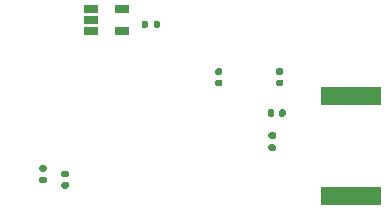
<source format=gbp>
G04 #@! TF.GenerationSoftware,KiCad,Pcbnew,(5.1.7)-1*
G04 #@! TF.CreationDate,2021-07-31T20:16:39-07:00*
G04 #@! TF.ProjectId,clkbrd3,636c6b62-7264-4332-9e6b-696361645f70,rev?*
G04 #@! TF.SameCoordinates,Original*
G04 #@! TF.FileFunction,Paste,Bot*
G04 #@! TF.FilePolarity,Positive*
%FSLAX46Y46*%
G04 Gerber Fmt 4.6, Leading zero omitted, Abs format (unit mm)*
G04 Created by KiCad (PCBNEW (5.1.7)-1) date 2021-07-31 20:16:39*
%MOMM*%
%LPD*%
G01*
G04 APERTURE LIST*
%ADD10R,1.220000X0.650000*%
%ADD11R,5.080000X1.500000*%
G04 APERTURE END LIST*
D10*
X63750000Y-36970000D03*
X63750000Y-35070000D03*
X61130000Y-35070000D03*
X61130000Y-36020000D03*
X61130000Y-36970000D03*
G36*
G01*
X65950000Y-36185000D02*
X65950000Y-36555000D01*
G75*
G02*
X65815000Y-36690000I-135000J0D01*
G01*
X65545000Y-36690000D01*
G75*
G02*
X65410000Y-36555000I0J135000D01*
G01*
X65410000Y-36185000D01*
G75*
G02*
X65545000Y-36050000I135000J0D01*
G01*
X65815000Y-36050000D01*
G75*
G02*
X65950000Y-36185000I0J-135000D01*
G01*
G37*
G36*
G01*
X66970000Y-36185000D02*
X66970000Y-36555000D01*
G75*
G02*
X66835000Y-36690000I-135000J0D01*
G01*
X66565000Y-36690000D01*
G75*
G02*
X66430000Y-36555000I0J135000D01*
G01*
X66430000Y-36185000D01*
G75*
G02*
X66565000Y-36050000I135000J0D01*
G01*
X66835000Y-36050000D01*
G75*
G02*
X66970000Y-36185000I0J-135000D01*
G01*
G37*
G36*
G01*
X76285000Y-46530000D02*
X76655000Y-46530000D01*
G75*
G02*
X76790000Y-46665000I0J-135000D01*
G01*
X76790000Y-46935000D01*
G75*
G02*
X76655000Y-47070000I-135000J0D01*
G01*
X76285000Y-47070000D01*
G75*
G02*
X76150000Y-46935000I0J135000D01*
G01*
X76150000Y-46665000D01*
G75*
G02*
X76285000Y-46530000I135000J0D01*
G01*
G37*
G36*
G01*
X76285000Y-45510000D02*
X76655000Y-45510000D01*
G75*
G02*
X76790000Y-45645000I0J-135000D01*
G01*
X76790000Y-45915000D01*
G75*
G02*
X76655000Y-46050000I-135000J0D01*
G01*
X76285000Y-46050000D01*
G75*
G02*
X76150000Y-45915000I0J135000D01*
G01*
X76150000Y-45645000D01*
G75*
G02*
X76285000Y-45510000I135000J0D01*
G01*
G37*
D11*
X83110000Y-42410000D03*
X83110000Y-50910000D03*
G36*
G01*
X76650000Y-43710000D02*
X76650000Y-44050000D01*
G75*
G02*
X76510000Y-44190000I-140000J0D01*
G01*
X76230000Y-44190000D01*
G75*
G02*
X76090000Y-44050000I0J140000D01*
G01*
X76090000Y-43710000D01*
G75*
G02*
X76230000Y-43570000I140000J0D01*
G01*
X76510000Y-43570000D01*
G75*
G02*
X76650000Y-43710000I0J-140000D01*
G01*
G37*
G36*
G01*
X77610000Y-43710000D02*
X77610000Y-44050000D01*
G75*
G02*
X77470000Y-44190000I-140000J0D01*
G01*
X77190000Y-44190000D01*
G75*
G02*
X77050000Y-44050000I0J140000D01*
G01*
X77050000Y-43710000D01*
G75*
G02*
X77190000Y-43570000I140000J0D01*
G01*
X77470000Y-43570000D01*
G75*
G02*
X77610000Y-43710000I0J-140000D01*
G01*
G37*
G36*
G01*
X76940000Y-41040000D02*
X77280000Y-41040000D01*
G75*
G02*
X77420000Y-41180000I0J-140000D01*
G01*
X77420000Y-41460000D01*
G75*
G02*
X77280000Y-41600000I-140000J0D01*
G01*
X76940000Y-41600000D01*
G75*
G02*
X76800000Y-41460000I0J140000D01*
G01*
X76800000Y-41180000D01*
G75*
G02*
X76940000Y-41040000I140000J0D01*
G01*
G37*
G36*
G01*
X76940000Y-40080000D02*
X77280000Y-40080000D01*
G75*
G02*
X77420000Y-40220000I0J-140000D01*
G01*
X77420000Y-40500000D01*
G75*
G02*
X77280000Y-40640000I-140000J0D01*
G01*
X76940000Y-40640000D01*
G75*
G02*
X76800000Y-40500000I0J140000D01*
G01*
X76800000Y-40220000D01*
G75*
G02*
X76940000Y-40080000I140000J0D01*
G01*
G37*
G36*
G01*
X72120000Y-40650000D02*
X71780000Y-40650000D01*
G75*
G02*
X71640000Y-40510000I0J140000D01*
G01*
X71640000Y-40230000D01*
G75*
G02*
X71780000Y-40090000I140000J0D01*
G01*
X72120000Y-40090000D01*
G75*
G02*
X72260000Y-40230000I0J-140000D01*
G01*
X72260000Y-40510000D01*
G75*
G02*
X72120000Y-40650000I-140000J0D01*
G01*
G37*
G36*
G01*
X72120000Y-41610000D02*
X71780000Y-41610000D01*
G75*
G02*
X71640000Y-41470000I0J140000D01*
G01*
X71640000Y-41190000D01*
G75*
G02*
X71780000Y-41050000I140000J0D01*
G01*
X72120000Y-41050000D01*
G75*
G02*
X72260000Y-41190000I0J-140000D01*
G01*
X72260000Y-41470000D01*
G75*
G02*
X72120000Y-41610000I-140000J0D01*
G01*
G37*
G36*
G01*
X58770000Y-49720000D02*
X59110000Y-49720000D01*
G75*
G02*
X59250000Y-49860000I0J-140000D01*
G01*
X59250000Y-50140000D01*
G75*
G02*
X59110000Y-50280000I-140000J0D01*
G01*
X58770000Y-50280000D01*
G75*
G02*
X58630000Y-50140000I0J140000D01*
G01*
X58630000Y-49860000D01*
G75*
G02*
X58770000Y-49720000I140000J0D01*
G01*
G37*
G36*
G01*
X58770000Y-48760000D02*
X59110000Y-48760000D01*
G75*
G02*
X59250000Y-48900000I0J-140000D01*
G01*
X59250000Y-49180000D01*
G75*
G02*
X59110000Y-49320000I-140000J0D01*
G01*
X58770000Y-49320000D01*
G75*
G02*
X58630000Y-49180000I0J140000D01*
G01*
X58630000Y-48900000D01*
G75*
G02*
X58770000Y-48760000I140000J0D01*
G01*
G37*
G36*
G01*
X57230000Y-48860000D02*
X56890000Y-48860000D01*
G75*
G02*
X56750000Y-48720000I0J140000D01*
G01*
X56750000Y-48440000D01*
G75*
G02*
X56890000Y-48300000I140000J0D01*
G01*
X57230000Y-48300000D01*
G75*
G02*
X57370000Y-48440000I0J-140000D01*
G01*
X57370000Y-48720000D01*
G75*
G02*
X57230000Y-48860000I-140000J0D01*
G01*
G37*
G36*
G01*
X57230000Y-49820000D02*
X56890000Y-49820000D01*
G75*
G02*
X56750000Y-49680000I0J140000D01*
G01*
X56750000Y-49400000D01*
G75*
G02*
X56890000Y-49260000I140000J0D01*
G01*
X57230000Y-49260000D01*
G75*
G02*
X57370000Y-49400000I0J-140000D01*
G01*
X57370000Y-49680000D01*
G75*
G02*
X57230000Y-49820000I-140000J0D01*
G01*
G37*
M02*

</source>
